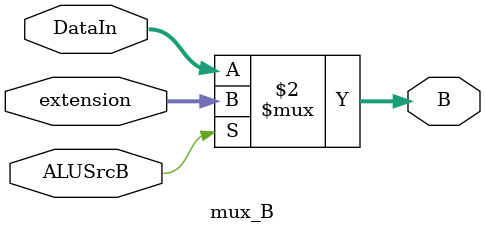
<source format=v>
`timescale 1ns / 1ps


module mux_B(
    input [31:0] DataIn,extension,
    input ALUSrcB,
    output [31:0] B
    );
    assign B = (ALUSrcB==0)?DataIn:extension;
    
endmodule

</source>
